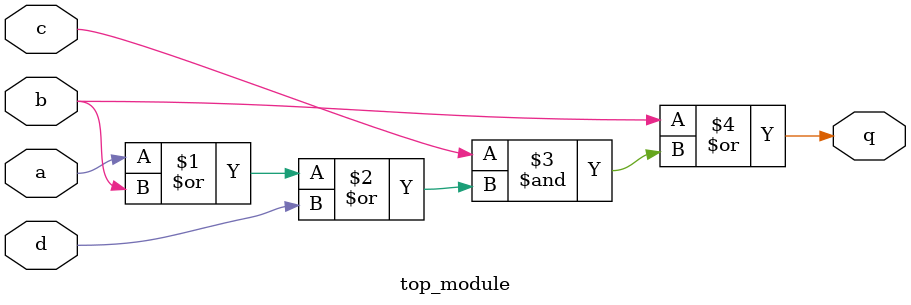
<source format=sv>
module top_module (
    input a, 
    input b, 
    input c, 
    input d, 
    output q
);

    // The output q is '1' when:
    // b is '1', irrespective of the values of a, c, and d
    // c is '1' and not all inputs are '0'
    assign q = b | c & (a | b | d);

endmodule

</source>
